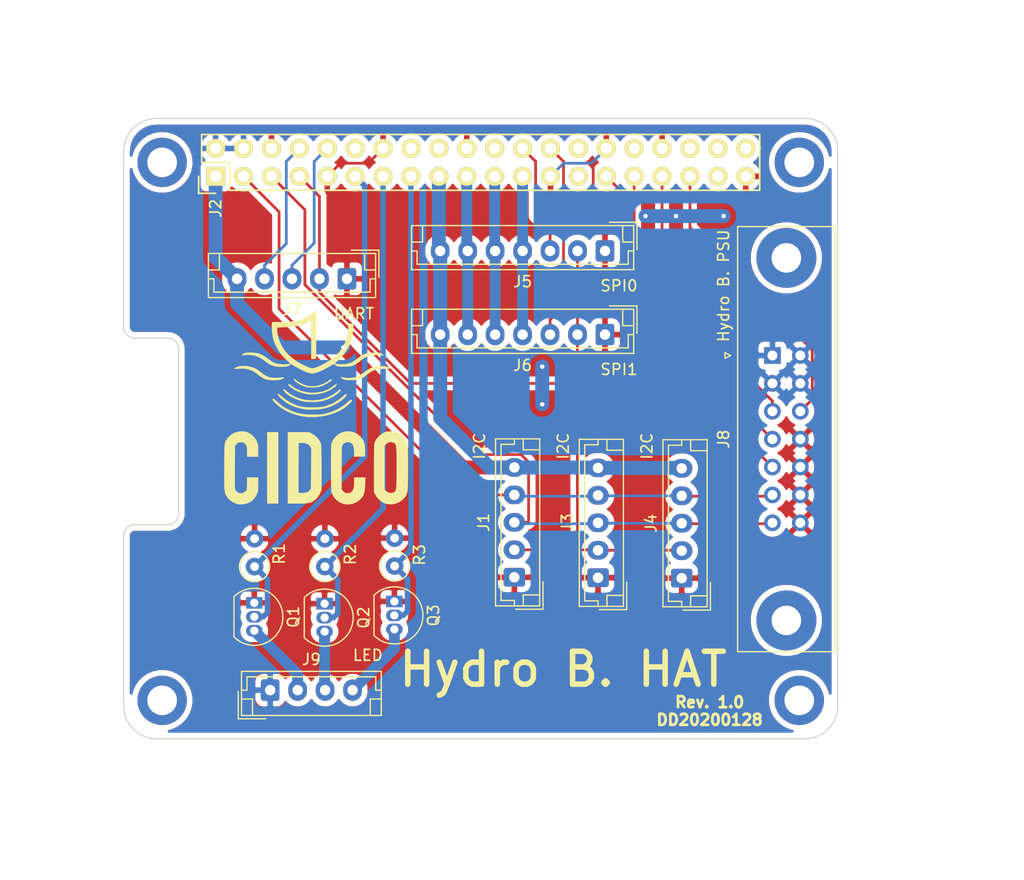
<source format=kicad_pcb>
(kicad_pcb (version 20171130) (host pcbnew "(5.1.5)-3")
  (title_block (title "Hydro B. HAT") (date 2020-01-28) (rev 1.0) (comment 2 creativecommons.org/licenses/by/4.0) (comment 3 "License: CC BY 4.0") (comment 4 "Author: Dany Doiron"))
  (layers (0 F.Cu signal) (31 B.Cu signal) (34 B.Paste user) (35 F.Paste user) (36 B.SilkS user) (37 F.SilkS user) (38 B.Mask user) (39 F.Mask user) (44 Edge.Cuts user))
  (net 0 "")
  (net 1 3.3V)
  (net 2 5V)
  (net 3 SDA)
  (net 4 SCL)
  (net 5 GND)
  (net 6 PPS)
  (net 7 TX)
  (net 8 RX)
  (net 9 LEDR)
  (net 10 LEDG)
  (net 11 LEDB)
  (net 12 MOSI)
  (net 13 MISO)
  (net 14 SCLK)
  (net 15 C0)
  (net 16 C1)
  (net 17 12V_ON)
  (net 18 24V_ON)
  (net 19 RPI_PWR_OK)
  (net 20 RPI_SHDWN)
  (net 21 "Net-(J9-Pad4)")
  (net 22 "Net-(J9-Pad3)")
  (net 23 "Net-(J9-Pad2)")
  (module MountingHole:MountingHole_2.7mm_M2.5_ISO7380_Pad (layer F.Cu) (at 156.75 121.58)
    (fp_text reference "" (at 0 -3.7) (layer F.SilkS))
    (fp_text value "" hide)
    (pad 1 thru_hole circle (at 0 0) (size 4.5 4.5) (drill 2.7) (layers *.Cu *.Mask))
  )
  (module MountingHole:MountingHole_2.7mm_M2.5_ISO7380_Pad (layer F.Cu) (at 98.75 121.58)
    (fp_text reference "" (at 0 -3.7) (layer F.SilkS))
    (fp_text value "" hide)
    (pad 1 thru_hole circle (at 0 0) (size 4.5 4.5) (drill 2.7) (layers *.Cu *.Mask))
  )
  (module MountingHole:MountingHole_2.7mm_M2.5_ISO7380_Pad (layer F.Cu) (at 98.75 72.58)
    (fp_text reference "" (at 0 -3.7) (layer F.SilkS))
    (fp_text value "" hide)
    (pad 1 thru_hole circle (at 0 0) (size 4.5 4.5) (drill 2.7) (layers *.Cu *.Mask))
  )
  (module MountingHole:MountingHole_2.7mm_M2.5_ISO7380_Pad (layer F.Cu) (at 156.75 72.58)
    (fp_text reference "" (at 0 -3.7) (layer F.SilkS))
    (fp_text value "" hide)
    (pad 1 thru_hole circle (at 0 0) (size 4.5 4.5) (drill 2.7) (layers *.Cu *.Mask))
  )
  (module Resistor_THT:R_Axial_DIN0207_L6.3mm_D2.5mm_P2.54mm_Vertical (layer F.Cu) (at 119.9134 109.347 90)
    (fp_text reference R3 (at 1.016 2.2606 90) (layer F.SilkS))
    (fp_text value 1k)
    (pad 2 thru_hole oval (at 2.54 0 90) (size 1.6 1.6) (drill 0.8) (layers *.Cu *.Mask) (net 5 GND))
    (pad 1 thru_hole circle (at 0 0 90) (size 1.6 1.6) (drill 0.8) (layers *.Cu *.Mask) (net 11 LEDB))
  )
  (module Resistor_THT:R_Axial_DIN0207_L6.3mm_D2.5mm_P2.54mm_Vertical (layer F.Cu) (at 113.5634 109.3978 90)
    (fp_text reference R2 (at 1.1176 2.3114 90) (layer F.SilkS))
    (fp_text value 1k)
    (pad 2 thru_hole oval (at 2.54 0 90) (size 1.6 1.6) (drill 0.8) (layers *.Cu *.Mask) (net 5 GND))
    (pad 1 thru_hole circle (at 0 0 90) (size 1.6 1.6) (drill 0.8) (layers *.Cu *.Mask) (net 10 LEDG))
  )
  (module Resistor_THT:R_Axial_DIN0207_L6.3mm_D2.5mm_P2.54mm_Vertical (layer F.Cu) (at 107.1626 109.3978 90)
    (fp_text reference R1 (at 1.1684 2.2352 90) (layer F.SilkS))
    (fp_text value 1k)
    (pad 2 thru_hole oval (at 2.54 0 90) (size 1.6 1.6) (drill 0.8) (layers *.Cu *.Mask) (net 5 GND))
    (pad 1 thru_hole circle (at 0 0 90) (size 1.6 1.6) (drill 0.8) (layers *.Cu *.Mask) (net 9 LEDR))
  )
  (module "cidco:logo cidco" (layer F.Cu) (at 112.9792 94.5642)
    (fp_text reference G*** hide)
    (fp_text value LOGO hide)
  )
  (module Package_TO_SOT_THT:TO-92_Inline (layer F.Cu) (at 119.888 112.5728 270)
    (fp_text reference Q3 (at 1.27 -3.56 90) (layer F.SilkS))
    (fp_text value 2N7000)
    (pad 1 thru_hole rect (at 0 0 270) (size 1.05 1.5) (drill 0.75) (layers *.Cu *.Mask) (net 5 GND))
    (pad 3 thru_hole oval (at 2.54 0 270) (size 1.05 1.5) (drill 0.75) (layers *.Cu *.Mask) (net 21 "Net-(J9-Pad4)"))
    (pad 2 thru_hole oval (at 1.27 0 270) (size 1.05 1.5) (drill 0.75) (layers *.Cu *.Mask) (net 11 LEDB))
  )
  (module Package_TO_SOT_THT:TO-92_Inline (layer F.Cu) (at 113.538 112.776 270)
    (fp_text reference Q2 (at 1.27 -3.56 90) (layer F.SilkS))
    (fp_text value 2N7000)
    (pad 1 thru_hole rect (at 0 0 270) (size 1.05 1.5) (drill 0.75) (layers *.Cu *.Mask) (net 5 GND))
    (pad 3 thru_hole oval (at 2.54 0 270) (size 1.05 1.5) (drill 0.75) (layers *.Cu *.Mask) (net 22 "Net-(J9-Pad3)"))
    (pad 2 thru_hole oval (at 1.27 0 270) (size 1.05 1.5) (drill 0.75) (layers *.Cu *.Mask) (net 10 LEDG))
  )
  (module Package_TO_SOT_THT:TO-92_Inline (layer F.Cu) (at 107.1372 112.6998 270)
    (fp_text reference Q1 (at 1.27 -3.56 90) (layer F.SilkS))
    (fp_text value 2N7000)
    (pad 1 thru_hole rect (at 0 0 270) (size 1.05 1.5) (drill 0.75) (layers *.Cu *.Mask) (net 5 GND))
    (pad 3 thru_hole oval (at 2.54 0 270) (size 1.05 1.5) (drill 0.75) (layers *.Cu *.Mask) (net 23 "Net-(J9-Pad2)"))
    (pad 2 thru_hole oval (at 1.27 0 270) (size 1.05 1.5) (drill 0.75) (layers *.Cu *.Mask) (net 9 LEDR))
  )
  (module cidco:Pin_Header_Straight_2x20 (layer F.Cu) (at 127.75 72.58 90)
    (fp_text reference J2 (at -4.191 -24.13 270) (layer F.SilkS))
    (fp_text value RPi_GPIO)
    (pad 40 thru_hole oval (at 1.27 24.13 90) (size 1.7272 1.7272) (drill 1.016) (layers *.Cu *.Mask F.SilkS))
    (pad 39 thru_hole oval (at -1.27 24.13 90) (size 1.7272 1.7272) (drill 1.016) (layers *.Cu *.Mask F.SilkS) (net 5 GND))
    (pad 38 thru_hole oval (at 1.27 21.59 90) (size 1.7272 1.7272) (drill 1.016) (layers *.Cu *.Mask F.SilkS))
    (pad 37 thru_hole oval (at -1.27 21.59 90) (size 1.7272 1.7272) (drill 1.016) (layers *.Cu *.Mask F.SilkS))
    (pad 36 thru_hole oval (at 1.27 19.05 90) (size 1.7272 1.7272) (drill 1.016) (layers *.Cu *.Mask F.SilkS))
    (pad 35 thru_hole oval (at -1.27 19.05 90) (size 1.7272 1.7272) (drill 1.016) (layers *.Cu *.Mask F.SilkS) (net 17 12V_ON))
    (pad 34 thru_hole oval (at 1.27 16.51 90) (size 1.7272 1.7272) (drill 1.016) (layers *.Cu *.Mask F.SilkS) (net 5 GND))
    (pad 33 thru_hole oval (at -1.27 16.51 90) (size 1.7272 1.7272) (drill 1.016) (layers *.Cu *.Mask F.SilkS) (net 18 24V_ON))
    (pad 32 thru_hole oval (at 1.27 13.97 90) (size 1.7272 1.7272) (drill 1.016) (layers *.Cu *.Mask F.SilkS))
    (pad 31 thru_hole oval (at -1.27 13.97 90) (size 1.7272 1.7272) (drill 1.016) (layers *.Cu *.Mask F.SilkS) (net 19 RPI_PWR_OK))
    (pad 30 thru_hole oval (at 1.27 11.43 90) (size 1.7272 1.7272) (drill 1.016) (layers *.Cu *.Mask F.SilkS) (net 5 GND))
    (pad 29 thru_hole oval (at -1.27 11.43 90) (size 1.7272 1.7272) (drill 1.016) (layers *.Cu *.Mask F.SilkS) (net 20 RPI_SHDWN))
    (pad 28 thru_hole oval (at 1.27 8.89 90) (size 1.7272 1.7272) (drill 1.016) (layers *.Cu *.Mask F.SilkS))
    (pad 27 thru_hole oval (at -1.27 8.89 90) (size 1.7272 1.7272) (drill 1.016) (layers *.Cu *.Mask F.SilkS))
    (pad 26 thru_hole oval (at 1.27 6.35 90) (size 1.7272 1.7272) (drill 1.016) (layers *.Cu *.Mask F.SilkS) (net 16 C1))
    (pad 25 thru_hole oval (at -1.27 6.35 90) (size 1.7272 1.7272) (drill 1.016) (layers *.Cu *.Mask F.SilkS) (net 5 GND))
    (pad 24 thru_hole oval (at 1.27 3.81 90) (size 1.7272 1.7272) (drill 1.016) (layers *.Cu *.Mask F.SilkS) (net 15 C0))
    (pad 23 thru_hole oval (at -1.27 3.81 90) (size 1.7272 1.7272) (drill 1.016) (layers *.Cu *.Mask F.SilkS) (net 14 SCLK))
    (pad 22 thru_hole oval (at 1.27 1.27 90) (size 1.7272 1.7272) (drill 1.016) (layers *.Cu *.Mask F.SilkS))
    (pad 21 thru_hole oval (at -1.27 1.27 90) (size 1.7272 1.7272) (drill 1.016) (layers *.Cu *.Mask F.SilkS) (net 13 MISO))
    (pad 20 thru_hole oval (at 1.27 -1.27 90) (size 1.7272 1.7272) (drill 1.016) (layers *.Cu *.Mask F.SilkS) (net 5 GND))
    (pad 19 thru_hole oval (at -1.27 -1.27 90) (size 1.7272 1.7272) (drill 1.016) (layers *.Cu *.Mask F.SilkS) (net 12 MOSI))
    (pad 18 thru_hole oval (at 1.27 -3.81 90) (size 1.7272 1.7272) (drill 1.016) (layers *.Cu *.Mask F.SilkS))
    (pad 17 thru_hole oval (at -1.27 -3.81 90) (size 1.7272 1.7272) (drill 1.016) (layers *.Cu *.Mask F.SilkS) (net 1 3.3V))
    (pad 16 thru_hole oval (at 1.27 -6.35 90) (size 1.7272 1.7272) (drill 1.016) (layers *.Cu *.Mask F.SilkS))
    (pad 15 thru_hole oval (at -1.27 -6.35 90) (size 1.7272 1.7272) (drill 1.016) (layers *.Cu *.Mask F.SilkS) (net 11 LEDB))
    (pad 14 thru_hole oval (at 1.27 -8.89 90) (size 1.7272 1.7272) (drill 1.016) (layers *.Cu *.Mask F.SilkS) (net 5 GND))
    (pad 13 thru_hole oval (at -1.27 -8.89 90) (size 1.7272 1.7272) (drill 1.016) (layers *.Cu *.Mask F.SilkS) (net 10 LEDG))
    (pad 12 thru_hole oval (at 1.27 -11.43 90) (size 1.7272 1.7272) (drill 1.016) (layers *.Cu *.Mask F.SilkS))
    (pad 11 thru_hole oval (at -1.27 -11.43 90) (size 1.7272 1.7272) (drill 1.016) (layers *.Cu *.Mask F.SilkS) (net 9 LEDR))
    (pad 10 thru_hole oval (at 1.27 -13.97 90) (size 1.7272 1.7272) (drill 1.016) (layers *.Cu *.Mask F.SilkS) (net 8 RX))
    (pad 9 thru_hole oval (at -1.27 -13.97 90) (size 1.7272 1.7272) (drill 1.016) (layers *.Cu *.Mask F.SilkS) (net 5 GND))
    (pad 8 thru_hole oval (at 1.27 -16.51 90) (size 1.7272 1.7272) (drill 1.016) (layers *.Cu *.Mask F.SilkS) (net 7 TX))
    (pad 7 thru_hole oval (at -1.27 -16.51 90) (size 1.7272 1.7272) (drill 1.016) (layers *.Cu *.Mask F.SilkS) (net 6 PPS))
    (pad 6 thru_hole oval (at 1.27 -19.05 90) (size 1.7272 1.7272) (drill 1.016) (layers *.Cu *.Mask F.SilkS) (net 5 GND))
    (pad 5 thru_hole oval (at -1.27 -19.05 90) (size 1.7272 1.7272) (drill 1.016) (layers *.Cu *.Mask F.SilkS) (net 4 SCL))
    (pad 4 thru_hole oval (at 1.27 -21.59 90) (size 1.7272 1.7272) (drill 1.016) (layers *.Cu *.Mask F.SilkS) (net 2 5V))
    (pad 3 thru_hole oval (at -1.27 -21.59 90) (size 1.7272 1.7272) (drill 1.016) (layers *.Cu *.Mask F.SilkS) (net 3 SDA))
    (pad 2 thru_hole oval (at 1.27 -24.13 90) (size 1.7272 1.7272) (drill 1.016) (layers *.Cu *.Mask F.SilkS) (net 2 5V))
    (pad 1 thru_hole rect (at -1.27 -24.13 90) (size 1.7272 1.7272) (drill 1.016) (layers *.Cu *.Mask F.SilkS) (net 1 3.3V))
  )
  (module Connector_JST:JST_EH_B4B-EH-A_1x04_P2.50mm_Vertical (layer F.Cu) (at 108.585 120.65)
    (fp_text reference J9 (at 3.75 -2.8) (layer F.SilkS))
    (fp_text value Conn_01x04)
    (pad 4 thru_hole oval (at 7.5 0) (size 1.7 1.95) (drill 0.95) (layers *.Cu *.Mask) (net 21 "Net-(J9-Pad4)"))
    (pad 3 thru_hole oval (at 5 0) (size 1.7 1.95) (drill 0.95) (layers *.Cu *.Mask) (net 22 "Net-(J9-Pad3)"))
    (pad 2 thru_hole oval (at 2.5 0) (size 1.7 1.95) (drill 0.95) (layers *.Cu *.Mask) (net 23 "Net-(J9-Pad2)"))
    (pad 1 thru_hole roundrect (at 0 0) (size 1.7 1.95) (drill 0.95) (layers *.Cu *.Mask) (roundrect_rratio 0.147059) (net 2 5V))
  )
  (module Connector_IDC:IDC-Header_2x07_P2.54mm_Vertical_Lock (layer F.Cu) (at 154.305 90.17)
    (fp_text reference J8 (at -4.445 7.62 270) (layer F.SilkS))
    (fp_text value Conn_02x07_Odd_Even)
    (pad 14 thru_hole circle (at 2.54 15.24 270) (size 1.52 1.52) (drill 0.91) (layers *.Cu *.Mask) (net 5 GND))
    (pad 13 thru_hole circle (at 0 15.24 270) (size 1.52 1.52) (drill 0.91) (layers *.Cu *.Mask) (net 4 SCL))
    (pad 12 thru_hole circle (at 2.54 12.7 270) (size 1.52 1.52) (drill 0.91) (layers *.Cu *.Mask) (net 5 GND))
    (pad 11 thru_hole circle (at 0 12.7 270) (size 1.52 1.52) (drill 0.91) (layers *.Cu *.Mask) (net 3 SDA))
    (pad 10 thru_hole circle (at 2.54 10.16 270) (size 1.52 1.52) (drill 0.91) (layers *.Cu *.Mask) (net 5 GND))
    (pad 9 thru_hole circle (at 0 10.16 270) (size 1.52 1.52) (drill 0.91) (layers *.Cu *.Mask) (net 20 RPI_SHDWN))
    (pad 8 thru_hole circle (at 2.54 7.62 270) (size 1.52 1.52) (drill 0.91) (layers *.Cu *.Mask) (net 5 GND))
    (pad 7 thru_hole circle (at 0 7.62 270) (size 1.52 1.52) (drill 0.91) (layers *.Cu *.Mask) (net 19 RPI_PWR_OK))
    (pad 6 thru_hole circle (at 2.54 5.08 270) (size 1.52 1.52) (drill 0.91) (layers *.Cu *.Mask) (net 17 12V_ON))
    (pad 5 thru_hole circle (at 0 5.08 270) (size 1.52 1.52) (drill 0.91) (layers *.Cu *.Mask) (net 18 24V_ON))
    (pad 4 thru_hole circle (at 2.54 2.54 270) (size 1.52 1.52) (drill 0.91) (layers *.Cu *.Mask) (net 2 5V))
    (pad 3 thru_hole circle (at 0 2.54 270) (size 1.52 1.52) (drill 0.91) (layers *.Cu *.Mask) (net 2 5V))
    (pad 2 thru_hole circle (at 2.54 0 270) (size 1.52 1.52) (drill 0.91) (layers *.Cu *.Mask) (net 2 5V))
    (pad 1 thru_hole rect (at 0 0 270) (size 1.52 1.52) (drill 0.91) (layers *.Cu *.Mask) (net 2 5V))
    (pad "" thru_hole circle (at 1.27 24.13 270) (size 5.46 5.46) (drill 2.69) (layers *.Cu *.Mask))
    (pad "" thru_hole circle (at 1.27 -8.89 270) (size 5.46 5.46) (drill 2.69) (layers *.Cu *.Mask))
  )
  (module Connector_JST:JST_EH_B5B-EH-A_1x05_P2.50mm_Vertical (layer F.Cu) (at 115.57 83.185 180)
    (fp_text reference J7 (at 5 -2.8) (layer F.SilkS))
    (fp_text value Conn_01x05)
    (pad 5 thru_hole oval (at 10 0 180) (size 1.7 1.95) (drill 0.95) (layers *.Cu *.Mask) (net 1 3.3V))
    (pad 4 thru_hole oval (at 7.5 0 180) (size 1.7 1.95) (drill 0.95) (layers *.Cu *.Mask) (net 7 TX))
    (pad 3 thru_hole oval (at 5 0 180) (size 1.7 1.95) (drill 0.95) (layers *.Cu *.Mask) (net 8 RX))
    (pad 2 thru_hole oval (at 2.5 0 180) (size 1.7 1.95) (drill 0.95) (layers *.Cu *.Mask) (net 6 PPS))
    (pad 1 thru_hole roundrect (at 0 0 180) (size 1.7 1.95) (drill 0.95) (layers *.Cu *.Mask) (roundrect_rratio 0.147059) (net 5 GND))
  )
  (module Connector_JST:JST_EH_B7B-EH-A_1x07_P2.50mm_Vertical (layer F.Cu) (at 139.065 88.265 180)
    (fp_text reference J6 (at 7.5 -2.8) (layer F.SilkS))
    (fp_text value Conn_01x07)
    (pad 7 thru_hole oval (at 15 0 180) (size 1.7 1.95) (drill 0.95) (layers *.Cu *.Mask) (net 1 3.3V))
    (pad 6 thru_hole oval (at 12.5 0 180) (size 1.7 1.95) (drill 0.95) (layers *.Cu *.Mask) (net 12 MOSI))
    (pad 5 thru_hole oval (at 10 0 180) (size 1.7 1.95) (drill 0.95) (layers *.Cu *.Mask) (net 13 MISO))
    (pad 4 thru_hole oval (at 7.5 0 180) (size 1.7 1.95) (drill 0.95) (layers *.Cu *.Mask) (net 14 SCLK))
    (pad 3 thru_hole oval (at 5 0 180) (size 1.7 1.95) (drill 0.95) (layers *.Cu *.Mask) (net 16 C1))
    (pad 2 thru_hole oval (at 2.5 0 180) (size 1.7 1.95) (drill 0.95) (layers *.Cu *.Mask) (net 6 PPS))
    (pad 1 thru_hole roundrect (at 0 0 180) (size 1.7 1.95) (drill 0.95) (layers *.Cu *.Mask) (roundrect_rratio 0.147059) (net 5 GND))
  )
  (module Connector_JST:JST_EH_B7B-EH-A_1x07_P2.50mm_Vertical (layer F.Cu) (at 139.065 80.645 180)
    (fp_text reference J5 (at 7.5 -2.8) (layer F.SilkS))
    (fp_text value Conn_01x07)
    (pad 7 thru_hole oval (at 15 0 180) (size 1.7 1.95) (drill 0.95) (layers *.Cu *.Mask) (net 1 3.3V))
    (pad 6 thru_hole oval (at 12.5 0 180) (size 1.7 1.95) (drill 0.95) (layers *.Cu *.Mask) (net 12 MOSI))
    (pad 5 thru_hole oval (at 10 0 180) (size 1.7 1.95) (drill 0.95) (layers *.Cu *.Mask) (net 13 MISO))
    (pad 4 thru_hole oval (at 7.5 0 180) (size 1.7 1.95) (drill 0.95) (layers *.Cu *.Mask) (net 14 SCLK))
    (pad 3 thru_hole oval (at 5 0 180) (size 1.7 1.95) (drill 0.95) (layers *.Cu *.Mask) (net 15 C0))
    (pad 2 thru_hole oval (at 2.5 0 180) (size 1.7 1.95) (drill 0.95) (layers *.Cu *.Mask) (net 6 PPS))
    (pad 1 thru_hole roundrect (at 0 0 180) (size 1.7 1.95) (drill 0.95) (layers *.Cu *.Mask) (roundrect_rratio 0.147059) (net 5 GND))
  )
  (module Connector_JST:JST_EH_B5B-EH-A_1x05_P2.50mm_Vertical (layer F.Cu) (at 146.05 110.45 90)
    (fp_text reference J4 (at 5 -2.8 90) (layer F.SilkS))
    (fp_text value Conn_01x05)
    (pad 5 thru_hole oval (at 10 0 90) (size 1.7 1.95) (drill 0.95) (layers *.Cu *.Mask) (net 1 3.3V))
    (pad 4 thru_hole oval (at 7.5 0 90) (size 1.7 1.95) (drill 0.95) (layers *.Cu *.Mask) (net 3 SDA))
    (pad 3 thru_hole oval (at 5 0 90) (size 1.7 1.95) (drill 0.95) (layers *.Cu *.Mask) (net 4 SCL))
    (pad 2 thru_hole oval (at 2.5 0 90) (size 1.7 1.95) (drill 0.95) (layers *.Cu *.Mask) (net 6 PPS))
    (pad 1 thru_hole roundrect (at 0 0 90) (size 1.7 1.95) (drill 0.95) (layers *.Cu *.Mask) (roundrect_rratio 0.147059) (net 5 GND))
  )
  (module Connector_JST:JST_EH_B5B-EH-A_1x05_P2.50mm_Vertical (layer F.Cu) (at 138.43 110.41 90)
    (fp_text reference J3 (at 5 -2.8 90) (layer F.SilkS))
    (fp_text value Conn_01x05)
    (pad 5 thru_hole oval (at 10 0 90) (size 1.7 1.95) (drill 0.95) (layers *.Cu *.Mask) (net 1 3.3V))
    (pad 4 thru_hole oval (at 7.5 0 90) (size 1.7 1.95) (drill 0.95) (layers *.Cu *.Mask) (net 3 SDA))
    (pad 3 thru_hole oval (at 5 0 90) (size 1.7 1.95) (drill 0.95) (layers *.Cu *.Mask) (net 4 SCL))
    (pad 2 thru_hole oval (at 2.5 0 90) (size 1.7 1.95) (drill 0.95) (layers *.Cu *.Mask) (net 6 PPS))
    (pad 1 thru_hole roundrect (at 0 0 90) (size 1.7 1.95) (drill 0.95) (layers *.Cu *.Mask) (roundrect_rratio 0.147059) (net 5 GND))
  )
  (module Connector_JST:JST_EH_B5B-EH-A_1x05_P2.50mm_Vertical (layer F.Cu) (at 130.81 110.37 90)
    (fp_text reference J1 (at 5 -2.8 90) (layer F.SilkS))
    (fp_text value Conn_01x05)
    (pad 5 thru_hole oval (at 10 0 90) (size 1.7 1.95) (drill 0.95) (layers *.Cu *.Mask) (net 1 3.3V))
    (pad 4 thru_hole oval (at 7.5 0 90) (size 1.7 1.95) (drill 0.95) (layers *.Cu *.Mask) (net 3 SDA))
    (pad 3 thru_hole oval (at 5 0 90) (size 1.7 1.95) (drill 0.95) (layers *.Cu *.Mask) (net 4 SCL))
    (pad 2 thru_hole oval (at 2.5 0 90) (size 1.7 1.95) (drill 0.95) (layers *.Cu *.Mask) (net 6 PPS))
    (pad 1 thru_hole roundrect (at 0 0 90) (size 1.7 1.95) (drill 0.95) (layers *.Cu *.Mask) (roundrect_rratio 0.147059) (net 5 GND))
  )
  (gr_text "Hydro B. HAT" (at 135.255 118.745) (layer F.SilkS) (effects (font (size 3 3) (thickness 0.5))))
  (gr_text "Hydro B. PSU" (at 149.86 83.82 90) (layer F.SilkS) (effects (font (size 1 1))))
  (gr_text I2C (at 142.875 98.425 90) (layer F.SilkS) (effects (font (size 1 1))))
  (gr_text I2C (at 135.255 98.425 90) (layer F.SilkS) (effects (font (size 1 1))))
  (gr_text I2C (at 127.635 98.425 90) (layer F.SilkS) (effects (font (size 1 1))))
  (gr_text LED (at 117.475 117.475) (layer F.SilkS) (effects (font (size 1 1))))
  (gr_text SPI1 (at 140.335 91.44) (layer F.SilkS) (effects (font (size 1 1))))
  (gr_text SPI0 (at 140.335 83.82) (layer F.SilkS) (effects (font (size 1 1))))
  (gr_text UART (at 116.205 86.36) (layer F.SilkS) (effects (font (size 1 1))))
  (gr_text "Rev. 1.0\nDD20200128" (at 148.59 122.555) (layer F.SilkS) (effects (font (size 1 1) (thickness 0.25))))
  (gr_line (start 98.25 68.58) (end 157.25 68.58) (angle 90) (layer Edge.Cuts) (width 0.1))
  (gr_arc (start 96.25 106.58) (end 95.25 106.58) (angle 90) (layer Edge.Cuts) (width 0.1))
  (gr_arc (start 99.25 104.58) (end 100.25 104.58) (angle 90) (layer Edge.Cuts) (width 0.1))
  (gr_arc (start 99.25 89.58) (end 99.25 88.58) (angle 90) (layer Edge.Cuts) (width 0.1))
  (gr_arc (start 96.25 87.58) (end 96.25 88.58) (angle 90) (layer Edge.Cuts) (width 0.1))
  (gr_arc (start 157.25 122.08) (end 160.25 122.08) (angle 90) (layer Edge.Cuts) (width 0.1))
  (gr_arc (start 98.25 122.08) (end 98.25 125.08) (angle 90) (layer Edge.Cuts) (width 0.1))
  (gr_arc (start 98.25 71.58) (end 95.25 71.58) (angle 90) (layer Edge.Cuts) (width 0.1))
  (gr_arc (start 157.25 71.58) (end 157.25 68.58) (angle 90) (layer Edge.Cuts) (width 0.1))
  (gr_line (start 95.25 106.58) (end 95.25 122.08) (layer Edge.Cuts) (width 0.1))
  (gr_line (start 95.25 71.58) (end 95.25 87.58) (layer Edge.Cuts) (width 0.1))
  (gr_line (start 96.25 105.58) (end 99.25 105.58) (layer Edge.Cuts) (width 0.1))
  (gr_line (start 96.25 88.58) (end 99.25 88.58) (layer Edge.Cuts) (width 0.1))
  (gr_line (start 100.25 89.58) (end 100.25 104.58) (layer Edge.Cuts) (width 0.1))
  (gr_line (start 98.25 125.08) (end 157.25 125.08) (angle 90) (layer Edge.Cuts) (width 0.1))
  (gr_line (start 160.25 71.58) (end 160.25 122.08) (angle 90) (layer Edge.Cuts) (width 0.1))
  (segment (start 103.62 81.235) (end 105.57 83.185) (width 1.27) (layer B.Cu) (net 1))
  (segment (start 103.62 73.85) (end 103.62 81.235) (width 1.27) (layer B.Cu) (net 1))
  (segment (start 123.94 80.52) (end 124.065 80.645) (width 1.27) (layer B.Cu) (net 1))
  (segment (start 123.94 73.85) (end 123.94 80.52) (width 1.27) (layer B.Cu) (net 1))
  (segment (start 124.065 80.645) (end 124.065 88.265) (width 1.27) (layer B.Cu) (net 1))
  (segment (start 128.565 100.37) (end 130.81 100.37) (width 1.27) (layer B.Cu) (net 1))
  (segment (start 124.065 95.87) (end 128.565 100.37) (width 1.27) (layer B.Cu) (net 1))
  (segment (start 124.065 88.265) (end 124.065 95.87) (width 1.27) (layer B.Cu) (net 1))
  (segment (start 138.39 100.37) (end 138.43 100.41) (width 1.27) (layer B.Cu) (net 1))
  (segment (start 130.81 100.37) (end 138.39 100.37) (width 1.27) (layer B.Cu) (net 1))
  (segment (start 146.01 100.41) (end 146.05 100.45) (width 1.27) (layer B.Cu) (net 1))
  (segment (start 138.43 100.41) (end 146.01 100.41) (width 1.27) (layer B.Cu) (net 1))
  (via (at 115.2398 89.4334) (size 0.6) (drill 0.4) (layers F.Cu B.Cu) (net 1))
  (segment (start 109.5734 89.4334) (end 115.2398 89.4334) (width 1.27) (layer B.Cu) (net 1))
  (segment (start 105.57 83.185) (end 105.57 85.43) (width 1.27) (layer B.Cu) (net 1))
  (segment (start 105.57 85.43) (end 109.5734 89.4334) (width 1.27) (layer B.Cu) (net 1))
  (segment (start 115.539799 89.733399) (end 115.539799 89.758799) (width 1.27) (layer F.Cu) (net 1))
  (segment (start 115.2398 89.4334) (end 115.539799 89.733399) (width 1.27) (layer F.Cu) (net 1))
  (via (at 130.81 100.37) (size 0.6) (drill 0.4) (layers F.Cu B.Cu) (net 1))
  (segment (start 115.539799 89.758799) (end 126.151 100.37) (width 1.27) (layer F.Cu) (net 1))
  (segment (start 126.151 100.37) (end 130.81 100.37) (width 1.27) (layer F.Cu) (net 1))
  (segment (start 138.39 102.99) (end 138.43 102.95) (width 0.25) (layer B.Cu) (net 3))
  (segment (start 130.81 102.99) (end 138.39 102.99) (width 0.25) (layer B.Cu) (net 3))
  (segment (start 146.01 102.95) (end 146.05 102.99) (width 0.25) (layer B.Cu) (net 3))
  (segment (start 138.43 102.95) (end 146.01 102.95) (width 0.25) (layer B.Cu) (net 3))
  (segment (start 154.185 102.99) (end 154.305 102.87) (width 0.25) (layer F.Cu) (net 3))
  (segment (start 146.05 102.99) (end 154.185 102.99) (width 0.25) (layer F.Cu) (net 3))
  (segment (start 129.585 102.87) (end 130.81 102.87) (width 0.25) (layer F.Cu) (net 3))
  (segment (start 126.350998 102.87) (end 129.585 102.87) (width 0.25) (layer F.Cu) (net 3))
  (segment (start 109.39499 85.913992) (end 126.350998 102.87) (width 0.25) (layer F.Cu) (net 3))
  (segment (start 109.39499 77.08499) (end 109.39499 85.913992) (width 0.25) (layer F.Cu) (net 3))
  (segment (start 106.16 73.85) (end 109.39499 77.08499) (width 0.25) (layer F.Cu) (net 3))
  (segment (start 138.39 105.49) (end 138.43 105.45) (width 0.25) (layer B.Cu) (net 4))
  (segment (start 130.81 105.49) (end 138.39 105.49) (width 0.25) (layer B.Cu) (net 4))
  (segment (start 146.01 105.45) (end 146.05 105.49) (width 0.25) (layer B.Cu) (net 4))
  (segment (start 138.43 105.45) (end 146.01 105.45) (width 0.25) (layer B.Cu) (net 4))
  (segment (start 154.225 105.49) (end 154.305 105.41) (width 0.25) (layer F.Cu) (net 4))
  (segment (start 146.05 105.49) (end 154.225 105.49) (width 0.25) (layer F.Cu) (net 4))
  (segment (start 132.035 105.37) (end 130.81 105.37) (width 0.25) (layer F.Cu) (net 4))
  (segment (start 132.11001 105.29499) (end 132.035 105.37) (width 0.25) (layer F.Cu) (net 4))
  (segment (start 132.11001 99.883295) (end 132.11001 105.29499) (width 0.25) (layer F.Cu) (net 4))
  (segment (start 131.421705 99.19499) (end 132.11001 99.883295) (width 0.25) (layer F.Cu) (net 4))
  (segment (start 127.21858 99.19499) (end 131.421705 99.19499) (width 0.25) (layer F.Cu) (net 4))
  (segment (start 111.74501 76.89501) (end 111.74501 83.72142) (width 0.25) (layer F.Cu) (net 4))
  (segment (start 111.74501 83.72142) (end 127.21858 99.19499) (width 0.25) (layer F.Cu) (net 4))
  (segment (start 108.7 73.85) (end 111.74501 76.89501) (width 0.25) (layer F.Cu) (net 4))
  (segment (start 117.996401 72.173599) (end 118.86 71.31) (width 0.25) (layer F.Cu) (net 5))
  (segment (start 117.508601 72.661399) (end 117.996401 72.173599) (width 0.25) (layer F.Cu) (net 5))
  (segment (start 114.968601 72.661399) (end 117.508601 72.661399) (width 0.25) (layer F.Cu) (net 5))
  (segment (start 113.78 73.85) (end 114.968601 72.661399) (width 0.25) (layer F.Cu) (net 5))
  (segment (start 137.828601 72.661399) (end 138.316401 72.173599) (width 0.25) (layer B.Cu) (net 5))
  (segment (start 138.316401 72.173599) (end 139.18 71.31) (width 0.25) (layer B.Cu) (net 5))
  (segment (start 135.288601 72.661399) (end 137.828601 72.661399) (width 0.25) (layer B.Cu) (net 5))
  (segment (start 134.1 73.85) (end 135.288601 72.661399) (width 0.25) (layer B.Cu) (net 5))
  (segment (start 137.991399 72.498601) (end 137.991399 75.761399) (width 0.25) (layer F.Cu) (net 5))
  (segment (start 139.18 71.31) (end 137.991399 72.498601) (width 0.25) (layer F.Cu) (net 5))
  (segment (start 139.065 76.835) (end 139.065 80.645) (width 0.25) (layer F.Cu) (net 5))
  (segment (start 137.991399 75.761399) (end 139.065 76.835) (width 0.25) (layer F.Cu) (net 5))
  (via (at 133.35 91.186) (size 0.6) (drill 0.4) (layers F.Cu B.Cu) (net 5))
  (via (at 133.35 94.615) (size 0.6) (drill 0.4) (layers F.Cu B.Cu) (net 5))
  (via (at 149.86 77.47) (size 0.6) (drill 0.4) (layers F.Cu B.Cu) (net 5))
  (via (at 145.542 77.47) (size 0.6) (drill 0.4) (layers F.Cu B.Cu) (net 5))
  (via (at 142.748 77.47) (size 0.6) (drill 0.4) (layers F.Cu B.Cu) (net 5))
  (segment (start 149.86 77.47) (end 145.542 77.47) (width 1.27) (layer B.Cu) (net 5))
  (segment (start 145.542 77.47) (end 142.748 77.47) (width 1.27) (layer B.Cu) (net 5))
  (segment (start 133.35 91.186) (end 133.35 94.615) (width 1.27) (layer B.Cu) (net 5))
  (segment (start 138.39 107.87) (end 138.43 107.91) (width 0.25) (layer F.Cu) (net 6))
  (segment (start 130.81 107.87) (end 138.39 107.87) (width 0.25) (layer F.Cu) (net 6))
  (segment (start 146.01 107.91) (end 146.05 107.95) (width 0.25) (layer F.Cu) (net 6))
  (segment (start 138.43 107.91) (end 146.01 107.91) (width 0.25) (layer F.Cu) (net 6))
  (segment (start 136.565 80.645) (end 136.565 88.265) (width 0.25) (layer F.Cu) (net 6))
  (segment (start 136.565 88.265) (end 136.525 92.71) (width 0.25) (layer F.Cu) (net 6))
  (segment (start 136.525 92.71) (end 136.565 107.91) (width 0.25) (layer F.Cu) (net 6))
  (segment (start 113.07 75.68) (end 111.24 73.85) (width 0.25) (layer F.Cu) (net 6))
  (segment (start 113.07 83.185) (end 113.07 75.68) (width 0.25) (layer F.Cu) (net 6))
  (segment (start 121.37 92.71) (end 136.525 92.71) (width 0.25) (layer F.Cu) (net 6))
  (segment (start 113.07 84.41) (end 121.37 92.71) (width 0.25) (layer F.Cu) (net 6))
  (segment (start 113.07 83.185) (end 113.07 84.41) (width 0.25) (layer F.Cu) (net 6))
  (segment (start 108.07 81.96) (end 108.07 83.185) (width 0.25) (layer B.Cu) (net 7))
  (segment (start 110.051399 79.978601) (end 108.07 81.96) (width 0.25) (layer B.Cu) (net 7))
  (segment (start 110.051399 72.498601) (end 110.051399 79.978601) (width 0.25) (layer B.Cu) (net 7))
  (segment (start 111.24 71.31) (end 110.051399 72.498601) (width 0.25) (layer B.Cu) (net 7))
  (segment (start 112.591399 79.938601) (end 110.57 81.96) (width 0.25) (layer B.Cu) (net 8))
  (segment (start 110.57 81.96) (end 110.57 83.185) (width 0.25) (layer B.Cu) (net 8))
  (segment (start 112.591399 72.498601) (end 112.591399 79.938601) (width 0.25) (layer B.Cu) (net 8))
  (segment (start 113.78 71.31) (end 112.591399 72.498601) (width 0.25) (layer B.Cu) (net 8))
  (segment (start 107.962599 110.197799) (end 107.1626 109.3978) (width 0.5) (layer B.Cu) (net 9))
  (segment (start 108.337201 110.572401) (end 107.962599 110.197799) (width 0.5) (layer B.Cu) (net 9))
  (segment (start 108.337201 113.584801) (end 108.337201 110.572401) (width 0.5) (layer B.Cu) (net 9))
  (segment (start 107.952202 113.9698) (end 108.337201 113.584801) (width 0.5) (layer B.Cu) (net 9))
  (segment (start 107.1372 113.9698) (end 107.952202 113.9698) (width 0.5) (layer B.Cu) (net 9))
  (segment (start 107.962599 108.597801) (end 107.1626 109.3978) (width 0.5) (layer B.Cu) (net 9))
  (segment (start 117.183599 99.376801) (end 107.962599 108.597801) (width 0.5) (layer B.Cu) (net 9))
  (segment (start 117.183599 74.713599) (end 117.183599 99.376801) (width 0.5) (layer B.Cu) (net 9))
  (segment (start 116.32 73.85) (end 117.183599 74.713599) (width 0.5) (layer B.Cu) (net 9))
  (segment (start 114.363399 110.197799) (end 113.5634 109.3978) (width 0.5) (layer B.Cu) (net 10))
  (segment (start 114.738001 113.661001) (end 114.738001 110.572401) (width 0.5) (layer B.Cu) (net 10))
  (segment (start 114.353002 114.046) (end 114.738001 113.661001) (width 0.5) (layer B.Cu) (net 10))
  (segment (start 114.738001 110.572401) (end 114.363399 110.197799) (width 0.5) (layer B.Cu) (net 10))
  (segment (start 113.538 114.046) (end 114.353002 114.046) (width 0.5) (layer B.Cu) (net 10))
  (segment (start 118.86 104.1012) (end 113.5634 109.3978) (width 0.5) (layer B.Cu) (net 10))
  (segment (start 118.86 73.85) (end 118.86 104.1012) (width 0.5) (layer B.Cu) (net 10))
  (segment (start 120.713399 110.146999) (end 119.9134 109.347) (width 0.5) (layer B.Cu) (net 11))
  (segment (start 121.088001 113.457801) (end 121.088001 110.521601) (width 0.5) (layer B.Cu) (net 11))
  (segment (start 121.088001 110.521601) (end 120.713399 110.146999) (width 0.5) (layer B.Cu) (net 11))
  (segment (start 120.703002 113.8428) (end 121.088001 113.457801) (width 0.5) (layer B.Cu) (net 11))
  (segment (start 119.888 113.8428) (end 120.703002 113.8428) (width 0.5) (layer B.Cu) (net 11))
  (segment (start 121.4 107.8604) (end 119.9134 109.347) (width 0.5) (layer B.Cu) (net 11))
  (segment (start 121.4 73.85) (end 121.4 107.8604) (width 0.5) (layer B.Cu) (net 11))
  (segment (start 126.48 80.56) (end 126.565 80.645) (width 1) (layer B.Cu) (net 12))
  (segment (start 126.48 73.85) (end 126.48 80.56) (width 1) (layer B.Cu) (net 12))
  (segment (start 126.565 88.265) (end 126.565 80.645) (width 1) (layer B.Cu) (net 12))
  (segment (start 129.02 80.6) (end 129.065 80.645) (width 1) (layer B.Cu) (net 13))
  (segment (start 129.02 73.85) (end 129.02 80.6) (width 1) (layer B.Cu) (net 13))
  (segment (start 129.065 88.265) (end 129.065 80.645) (width 1) (layer B.Cu) (net 13))
  (segment (start 131.56 80.64) (end 131.565 80.645) (width 1) (layer B.Cu) (net 14))
  (segment (start 131.56 73.85) (end 131.56 80.64) (width 1) (layer B.Cu) (net 14))
  (segment (start 131.565 80.645) (end 131.565 88.265) (width 1) (layer B.Cu) (net 14))
  (segment (start 132.748601 72.498601) (end 132.748601 77.436399) (width 0.25) (layer F.Cu) (net 15))
  (segment (start 131.56 71.31) (end 132.748601 72.498601) (width 0.25) (layer F.Cu) (net 15))
  (segment (start 134.065 78.752798) (end 134.065 80.645) (width 0.25) (layer F.Cu) (net 15))
  (segment (start 132.748601 77.436399) (end 134.065 78.752798) (width 0.25) (layer F.Cu) (net 15))
  (segment (start 135.288601 72.498601) (end 135.288601 85.691399) (width 0.25) (layer F.Cu) (net 16))
  (segment (start 134.1 71.31) (end 135.288601 72.498601) (width 0.25) (layer F.Cu) (net 16))
  (segment (start 134.065 86.915) (end 134.065 88.265) (width 0.25) (layer F.Cu) (net 16))
  (segment (start 135.288601 85.691399) (end 134.065 86.915) (width 0.25) (layer F.Cu) (net 16))
  (segment (start 157.604999 94.490001) (end 156.845 95.25) (width 0.25) (layer F.Cu) (net 17))
  (segment (start 157.930001 94.164999) (end 157.604999 94.490001) (width 0.25) (layer F.Cu) (net 17))
  (segment (start 157.930001 89.649199) (end 157.930001 94.164999) (width 0.25) (layer F.Cu) (net 17))
  (segment (start 146.8 78.519198) (end 157.930001 89.649199) (width 0.25) (layer F.Cu) (net 17))
  (segment (start 146.8 73.85) (end 146.8 78.519198) (width 0.25) (layer F.Cu) (net 17))
  (segment (start 144.26 75.071314) (end 144.26 73.85) (width 0.25) (layer F.Cu) (net 18))
  (segment (start 154.305 94.315802) (end 144.26 84.270802) (width 0.25) (layer F.Cu) (net 18))
  (segment (start 144.26 84.270802) (end 144.26 75.071314) (width 0.25) (layer F.Cu) (net 18))
  (segment (start 154.305 95.25) (end 154.305 94.315802) (width 0.25) (layer F.Cu) (net 18))
  (segment (start 141.72 85.205) (end 154.305 97.79) (width 0.25) (layer F.Cu) (net 19))
  (segment (start 141.72 73.85) (end 141.72 85.205) (width 0.25) (layer F.Cu) (net 19))
  (segment (start 153.545001 99.570001) (end 154.305 100.33) (width 0.25) (layer F.Cu) (net 20))
  (segment (start 141.26999 75.93999) (end 141.26999 87.29499) (width 0.25) (layer F.Cu) (net 20))
  (segment (start 141.26999 87.29499) (end 153.545001 99.570001) (width 0.25) (layer F.Cu) (net 20))
  (segment (start 139.18 73.85) (end 141.26999 75.93999) (width 0.25) (layer F.Cu) (net 20))
  (segment (start 119.888 116.847) (end 116.085 120.65) (width 1) (layer B.Cu) (net 21))
  (segment (start 119.888 115.1128) (end 119.888 116.847) (width 1) (layer B.Cu) (net 21))
  (segment (start 113.538 120.603) (end 113.585 120.65) (width 1) (layer B.Cu) (net 22))
  (segment (start 113.538 115.316) (end 113.538 120.603) (width 1) (layer B.Cu) (net 22))
  (segment (start 111.085 119.1876) (end 111.085 120.65) (width 1) (layer B.Cu) (net 23))
  (segment (start 107.1372 115.2398) (end 111.085 119.1876) (width 1) (layer B.Cu) (net 23))
  (zone (net 5) (net_name GND) (layer F.Cu) (connect_pads (clearance 0.508)) (min_thickness 0.254) (fill yes (arc_segments 32) (thermal_gap 0.508) (thermal_bridge_width 0.508))
    (polygon (pts (xy 160.02 125.095) (xy 95.25 125.095) (xy 95.25 68.58) (xy 160.02 68.58)))
  )
  (zone (net 2) (net_name 5V) (layer B.Cu) (connect_pads (clearance 0.508)) (min_thickness 0.254) (fill yes (arc_segments 32) (thermal_gap 0.508) (thermal_bridge_width 0.508))
    (polygon (pts (xy 160.02 125.095) (xy 95.25 125.095) (xy 95.25 68.58) (xy 160.02 68.58)))
  )
)
</source>
